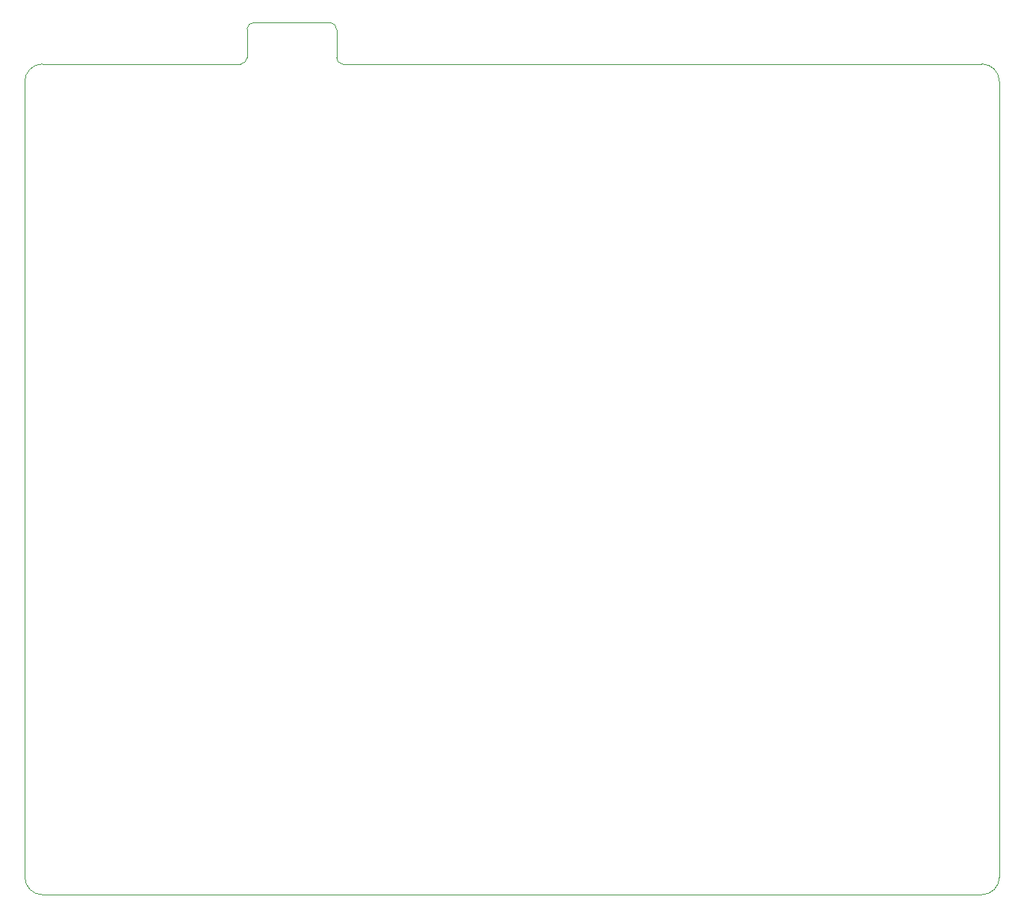
<source format=gm1>
G04 #@! TF.GenerationSoftware,KiCad,Pcbnew,(6.99.0-1912-g359c99991b)*
G04 #@! TF.CreationDate,2022-06-29T21:44:02+07:00*
G04 #@! TF.ProjectId,lazulipad,6c617a75-6c69-4706-9164-2e6b69636164,1*
G04 #@! TF.SameCoordinates,Original*
G04 #@! TF.FileFunction,Profile,NP*
%FSLAX46Y46*%
G04 Gerber Fmt 4.6, Leading zero omitted, Abs format (unit mm)*
G04 Created by KiCad (PCBNEW (6.99.0-1912-g359c99991b)) date 2022-06-29 21:44:02*
%MOMM*%
%LPD*%
G01*
G04 APERTURE LIST*
G04 #@! TA.AperFunction,Profile*
%ADD10C,0.100000*%
G04 #@! TD*
G04 APERTURE END LIST*
D10*
X35338000Y3889000D02*
G75*
G03*
X34576000Y4699000I-786000J24000D01*
G01*
X35338001Y690001D02*
G75*
G03*
X36076001Y-23999I725999J11999D01*
G01*
X108472786Y-94200000D02*
X2000000Y-94200000D01*
X110472786Y-2000000D02*
X110472786Y-92200000D01*
X36076001Y-23999D02*
X108472786Y0D01*
X0Y-92200000D02*
G75*
G03*
X2000000Y-94200000I1999995J-5D01*
G01*
X2000000Y0D02*
X24470816Y0D01*
X24470816Y-16D02*
G75*
G03*
X25184816Y738001I-12016J726016D01*
G01*
X35338000Y690001D02*
X35338000Y3889000D01*
X25184816Y738001D02*
X25184816Y3937000D01*
X108472786Y-94199986D02*
G75*
G03*
X110472786Y-92200000I14J1999986D01*
G01*
X25994815Y4698983D02*
G75*
G03*
X25184816Y3937000I-24015J-785983D01*
G01*
X2000000Y0D02*
G75*
G03*
X0Y-2000000I-1J-1999999D01*
G01*
X34576000Y4699000D02*
X25994816Y4699000D01*
X0Y-92200000D02*
X0Y-2000000D01*
X110472800Y-2000000D02*
G75*
G03*
X108472786Y0I-2000000J0D01*
G01*
M02*

</source>
